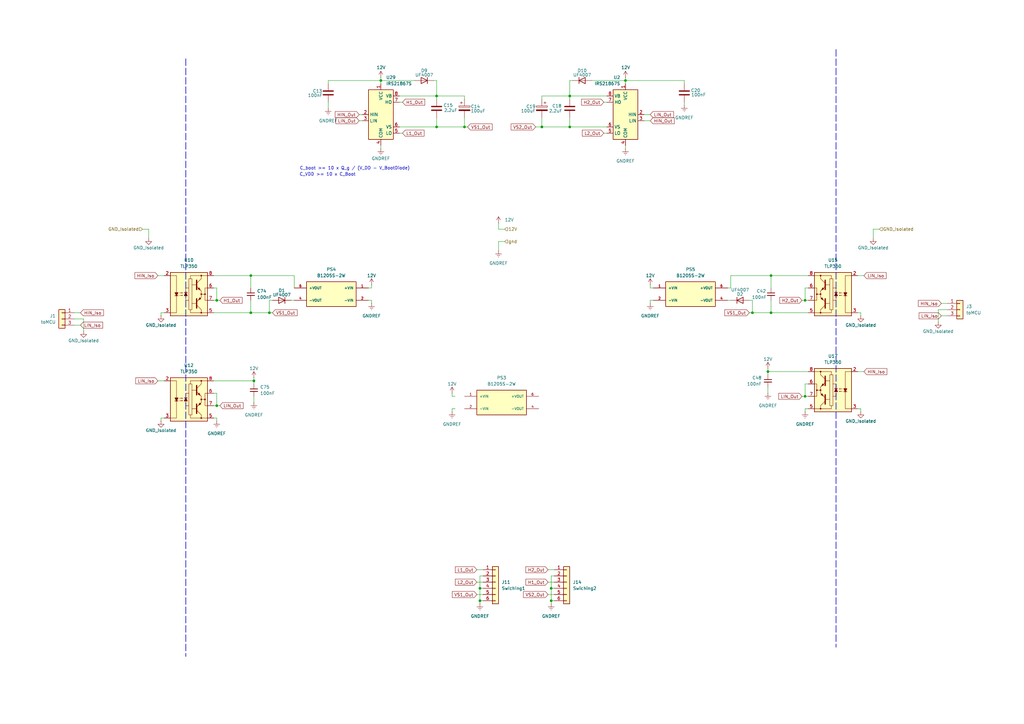
<source format=kicad_sch>
(kicad_sch (version 20250114) (generator "eeschema") (generator_version "9.0")
  (paper "A3")
  (lib_symbols
    (symbol "B2405S-2W:B1205S-2W" (pin_names (offset 1.016))
      (property "Reference" "PS" (at -10.1639 6.3579 0))
      (property "Value" "B1205S-2W" (at -10.1614 -7.6227 0))
      (symbol "B1205S-2W_0_0"
        (rectangle (start -10.16 -5.08) (end 10.16 5.08) (stroke (width 0.254)) (fill (type background)))
        (pin input line (at -15.24 2.54 0) (length 5.08) (name "+VIN") (number "1"))
        (pin input line (at -15.24 -2.54 0) (length 5.08) (name "-VIN") (number "2"))
        (pin output line (at 15.24 2.54 180) (length 5.08) (name "+VOUT") (number "6"))
        (pin output line (at 15.24 -2.54 180) (length 5.08) (name "-VOUT") (number "4"))
      )
    )
    (symbol "Connector_Generic:Conn_01x03" (pin_names (offset 1.016) (hide yes))
      (property "Reference" "J" (at 0 5.08 0))
      (property "Value" "Conn_01x03" (at 0 -5.08 0))
      (symbol "Conn_01x03_1_1"
        (rectangle (start -1.27 3.81) (end 1.27 -3.81) (stroke (width 0.254)) (fill (type background)))
        (rectangle (start -1.27 2.667) (end 0 2.413) (stroke (width 0.1524)))
        (rectangle (start -1.27 0.127) (end 0 -0.127) (stroke (width 0.1524)))
        (rectangle (start -1.27 -2.413) (end 0 -2.667) (stroke (width 0.1524)))
        (pin passive line (at -5.08 2.54 0) (length 3.81) (name "Pin_1") (number "1"))
        (pin passive line (at -5.08 0 0) (length 3.81) (name "Pin_2") (number "2"))
        (pin passive line (at -5.08 -2.54 0) (length 3.81) (name "Pin_3") (number "3"))
      )
    )
    (symbol "Connector_Generic:Conn_01x06" (pin_names (offset 1.016) (hide yes))
      (property "Reference" "J" (at 0 7.62 0))
      (property "Value" "Conn_01x06" (at 0 -10.16 0))
      (symbol "Conn_01x06_1_1"
        (rectangle (start -1.27 6.35) (end 1.27 -8.89) (stroke (width 0.254)) (fill (type background)))
        (rectangle (start -1.27 5.207) (end 0 4.953) (stroke (width 0.1524)))
        (rectangle (start -1.27 2.667) (end 0 2.413) (stroke (width 0.1524)))
        (rectangle (start -1.27 0.127) (end 0 -0.127) (stroke (width 0.1524)))
        (rectangle (start -1.27 -2.413) (end 0 -2.667) (stroke (width 0.1524)))
        (rectangle (start -1.27 -4.953) (end 0 -5.207) (stroke (width 0.1524)))
        (rectangle (start -1.27 -7.493) (end 0 -7.747) (stroke (width 0.1524)))
        (pin passive line (at -5.08 5.08 0) (length 3.81) (name "Pin_1") (number "1"))
        (pin passive line (at -5.08 2.54 0) (length 3.81) (name "Pin_2") (number "2"))
        (pin passive line (at -5.08 0 0) (length 3.81) (name "Pin_3") (number "3"))
        (pin passive line (at -5.08 -2.54 0) (length 3.81) (name "Pin_4") (number "4"))
        (pin passive line (at -5.08 -5.08 0) (length 3.81) (name "Pin_5") (number "5"))
        (pin passive line (at -5.08 -7.62 0) (length 3.81) (name "Pin_6") (number "6"))
      )
    )
    (symbol "Device:C" (pin_numbers (hide yes)) (pin_names (offset 0.254))
      (property "Reference" "C" (at 0.635 2.54 0))
      (property "Value" "C" (at 0.635 -2.54 0))
      (symbol "C_0_1"
        (polyline (pts (xy -2.032 0.762) (xy 2.032 0.762)) (stroke (width 0.508)))
        (polyline (pts (xy -2.032 -0.762) (xy 2.032 -0.762)) (stroke (width 0.508)))
      )
      (symbol "C_1_1"
        (pin passive line (at 0 3.81 270) (length 2.794) (name "~") (number "1"))
        (pin passive line (at 0 -3.81 90) (length 2.794) (name "~") (number "2"))
      )
    )
    (symbol "Device:C_Polarized" (pin_numbers (hide yes)) (pin_names (offset 0.254))
      (property "Reference" "C" (at 0.635 2.54 0))
      (property "Value" "C_Polarized" (at 0.635 -2.54 0))
      (symbol "C_Polarized_0_1"
        (rectangle (start -2.286 0.508) (end 2.286 1.016))
        (polyline (pts (xy -1.778 2.286) (xy -0.762 2.286)))
        (polyline (pts (xy -1.27 2.794) (xy -1.27 1.778)))
        (rectangle (start 2.286 -0.508) (end -2.286 -1.016) (fill (type outline)))
      )
      (symbol "C_Polarized_1_1"
        (pin passive line (at 0 3.81 270) (length 2.794) (name "~") (number "1"))
        (pin passive line (at 0 -3.81 90) (length 2.794) (name "~") (number "2"))
      )
    )
    (symbol "Device:C_Small" (pin_numbers (hide yes)) (pin_names (offset 0.254) (hide yes))
      (property "Reference" "C" (at 0.254 1.778 0))
      (property "Value" "C_Small" (at 0.254 -2.032 0))
      (symbol "C_Small_0_1"
        (polyline (pts (xy -1.524 0.508) (xy 1.524 0.508)) (stroke (width 0.3048)))
        (polyline (pts (xy -1.524 -0.508) (xy 1.524 -0.508)) (stroke (width 0.3302)))
      )
      (symbol "C_Small_1_1"
        (pin passive line (at 0 2.54 270) (length 2.032) (name "~") (number "1"))
        (pin passive line (at 0 -2.54 90) (length 2.032) (name "~") (number "2"))
      )
    )
    (symbol "Device:D" (pin_numbers (hide yes)) (pin_names (offset 1.016) (hide yes))
      (property "Reference" "D" (at 0 2.54 0))
      (property "Value" "D" (at 0 -2.54 0))
      (symbol "D_0_1"
        (polyline (pts (xy -1.27 1.27) (xy -1.27 -1.27)) (stroke (width 0.254)))
        (polyline (pts (xy 1.27 1.27) (xy 1.27 -1.27) (xy -1.27 0) (xy 1.27 1.27)) (stroke (width 0.254)))
        (polyline (pts (xy 1.27 0) (xy -1.27 0)))
      )
      (symbol "D_1_1"
        (pin passive line (at -3.81 0 0) (length 2.54) (name "K") (number "1"))
        (pin passive line (at 3.81 0 180) (length 2.54) (name "A") (number "2"))
      )
    )
    (symbol "Driver_FET:IRS21867S"
      (property "Reference" "U" (at 1.27 13.335 0))
      (property "Value" "IRS21867S" (at 1.27 11.43 0))
      (symbol "IRS21867S_0_1"
        (rectangle (start -5.08 -10.16) (end 5.08 10.16) (stroke (width 0.254)) (fill (type background)))
      )
      (symbol "IRS21867S_1_1"
        (pin input line (at -7.62 0 0) (length 2.54) (name "HIN") (number "2"))
        (pin input line (at -7.62 -2.54 0) (length 2.54) (name "LIN") (number "3"))
        (pin power_in line (at 0 12.7 270) (length 2.54) (name "VCC") (number "1"))
        (pin power_in line (at 0 -12.7 90) (length 2.54) (name "COM") (number "4"))
        (pin passive line (at 7.62 7.62 180) (length 2.54) (name "VB") (number "8"))
        (pin output line (at 7.62 5.08 180) (length 2.54) (name "HO") (number "7"))
        (pin passive line (at 7.62 -5.08 180) (length 2.54) (name "VS") (number "6"))
        (pin output line (at 7.62 -7.62 180) (length 2.54) (name "LO") (number "5"))
      )
    )
    (symbol "Driver_FET:TLP250" (pin_names (hide yes))
      (property "Reference" "U" (at 0 12.7 0))
      (property "Value" "TLP250" (at 0 10.16 0))
      (symbol "TLP250_0_1"
        (rectangle (start -7.62 8.89) (end 7.62 -8.89) (stroke (width 0.254)) (fill (type background)))
        (polyline (pts (xy -7.62 7.62) (xy -5.08 7.62) (xy -5.08 -7.62) (xy -7.62 -7.62)))
        (polyline (pts (xy -5.715 -0.635) (xy -4.445 -0.635)) (stroke (width 0.254)))
        (polyline (pts (xy -5.08 -0.635) (xy -5.715 0.635) (xy -4.445 0.635) (xy -5.08 -0.635)) (stroke (width 0.254)) (fill (type outline)))
        (polyline (pts (xy -3.81 0.508) (xy -2.54 0.508) (xy -2.921 0.381) (xy -2.921 0.635) (xy -2.54 0.508)))
        (polyline (pts (xy -3.81 -0.508) (xy -2.54 -0.508) (xy -2.921 -0.635) (xy -2.921 -0.381) (xy -2.54 -0.508)))
        (polyline (pts (xy -1.27 0.635) (xy -1.27 2.54) (xy 0 2.54)))
        (polyline (pts (xy -1.27 0.635) (xy -0.635 -0.635) (xy -1.905 -0.635) (xy -1.27 0.635)) (stroke (width 0.254)) (fill (type outline)))
        (polyline (pts (xy -1.27 -0.635) (xy -1.27 -2.54) (xy 0 -2.54)))
        (polyline (pts (xy -0.635 0.635) (xy -1.905 0.635)) (stroke (width 0.254)))
        (rectangle (start 0.635 6.35) (end 0.635 7.62))
        (rectangle (start 0.635 6.35) (end 0.635 6.35))
        (polyline (pts (xy 0.635 -6.35) (xy 0.635 -7.62) (xy 7.62 -7.62)))
        (polyline (pts (xy 1.27 6.35) (xy 1.27 -6.35) (xy 0 -6.35) (xy 0 6.35) (xy 1.27 6.35)))
        (polyline (pts (xy 3.048 3.81) (xy 1.27 3.81)))
        (polyline (pts (xy 3.048 -3.81) (xy 1.27 -3.81)))
        (polyline (pts (xy 3.175 5.715) (xy 3.175 1.905) (xy 3.175 1.905)) (stroke (width 0.508)))
        (polyline (pts (xy 3.175 4.445) (xy 5.08 6.35)))
        (polyline (pts (xy 3.175 -4.445) (xy 5.08 -6.35)))
        (polyline (pts (xy 3.175 -5.715) (xy 3.175 -1.905) (xy 3.175 -1.905)) (stroke (width 0.508)))
        (polyline (pts (xy 3.683 2.159) (xy 4.191 2.667) (xy 4.699 1.651) (xy 3.683 2.159) (xy 3.683 2.159)) (fill (type outline)))
        (polyline (pts (xy 4.953 -1.905) (xy 4.445 -1.397) (xy 3.937 -2.413) (xy 4.953 -1.905) (xy 4.953 -1.905)) (fill (type outline)))
        (circle (center 5.08 7.62) (radius 0.254) (fill (type outline)))
        (polyline (pts (xy 5.08 6.35) (xy 5.08 7.62)))
        (polyline (pts (xy 5.08 1.27) (xy 3.175 3.175)) (fill (type outline)))
        (rectangle (start 5.08 1.27) (end 5.08 -1.27))
        (polyline (pts (xy 5.08 0) (xy 6.604 0)))
        (circle (center 5.08 0) (radius 0.254) (fill (type outline)))
        (polyline (pts (xy 5.08 -1.27) (xy 3.175 -3.175)) (fill (type outline)))
        (polyline (pts (xy 5.08 -6.35) (xy 5.08 -7.62)))
        (circle (center 5.08 -7.62) (radius 0.254) (fill (type outline)))
        (circle (center 6.604 0) (radius 0.254) (fill (type outline)))
        (polyline (pts (xy 7.62 7.62) (xy 0.635 7.62)))
        (polyline (pts (xy 7.62 2.54) (xy 6.604 2.54) (xy 6.604 -2.54) (xy 7.62 -2.54)))
      )
      (symbol "TLP250_1_1"
        (pin passive line (at -10.16 7.62 0) (length 2.54) (name "A") (number "2"))
        (pin passive line (at -10.16 -7.62 0) (length 2.54) (name "C") (number "3"))
        (pin no_connect line (at -7.62 2.54 0) (length 2.54) (hide yes) (name "NC") (number "1"))
        (pin no_connect line (at -7.62 -2.54 0) (length 2.54) (hide yes) (name "NC") (number "4"))
        (pin power_in line (at 10.16 7.62 180) (length 2.54) (name "VCC") (number "8"))
        (pin output line (at 10.16 2.54 180) (length 2.54) (name "VO") (number "6"))
        (pin output line (at 10.16 -2.54 180) (length 2.54) (name "VO") (number "7"))
        (pin power_in line (at 10.16 -7.62 180) (length 2.54) (name "VEE") (number "5"))
      )
    )
    (symbol "power:+12V" (power) (pin_numbers (hide yes)) (pin_names (offset 0) (hide yes))
      (property "Value" "+12V" (at 0 3.556 0))
      (symbol "+12V_0_1"
        (polyline (pts (xy -0.762 1.27) (xy 0 2.54)))
        (polyline (pts (xy 0 2.54) (xy 0.762 1.27)))
        (polyline (pts (xy 0 0) (xy 0 2.54)))
      )
      (symbol "+12V_1_1"
        (pin power_in line (at 0 0 90) (length 0) (name "~") (number "1"))
      )
    )
    (symbol "power:+48V" (power) (pin_numbers (hide yes)) (pin_names (offset 0) (hide yes))
      (property "Value" "+48V" (at 0 3.556 0))
      (symbol "+48V_0_1"
        (polyline (pts (xy -0.762 1.27) (xy 0 2.54)))
        (polyline (pts (xy 0 2.54) (xy 0.762 1.27)))
        (polyline (pts (xy 0 0) (xy 0 2.54)))
      )
      (symbol "+48V_1_1"
        (pin power_in line (at 0 0 90) (length 0) (name "~") (number "1"))
      )
    )
    (symbol "power:GND" (power) (pin_numbers (hide yes)) (pin_names (offset 0) (hide yes))
      (property "Value" "GND" (at 0 -3.81 0))
      (symbol "GND_0_1"
        (polyline (pts (xy 0 0) (xy 0 -1.27) (xy 1.27 -1.27) (xy 0 -2.54) (xy -1.27 -1.27) (xy 0 -1.27)))
      )
      (symbol "GND_1_1"
        (pin power_in line (at 0 0 270) (length 0) (name "~") (number "1"))
      )
    )
    (symbol "power:GNDREF" (power) (pin_numbers (hide yes)) (pin_names (offset 0) (hide yes))
      (property "Value" "GNDREF" (at 0 -3.81 0))
      (symbol "GNDREF_0_1"
        (polyline (pts (xy -0.635 -1.905) (xy 0.635 -1.905)))
        (polyline (pts (xy -0.127 -2.54) (xy 0.127 -2.54)))
        (polyline (pts (xy 0 -1.27) (xy 0 0)))
        (polyline (pts (xy 1.27 -1.27) (xy -1.27 -1.27)))
      )
      (symbol "GNDREF_1_1"
        (pin power_in line (at 0 0 270) (length 0) (name "~") (number "1"))
      )
    )
  )
  (text "C_VDD >= 10 x C_Boot" (at 134.366 71.628 0) (effects (font (size 1.27 1.27) (thickness 0.1588))))
  (text "C_boot >= 10 x Q_g / (V_DD - V_BootDiode)" (at 145.542 69.088 0) (effects (font (size 1.27 1.27) (thickness 0.1588))))
  (junction (at 316.23 128.27))
  (junction (at 233.68 52.07))
  (junction (at 88.9 123.19))
  (junction (at 179.07 52.07))
  (junction (at 226.06 246.38))
  (junction (at 102.87 113.03))
  (junction (at 330.2 162.56))
  (junction (at 196.85 241.3))
  (junction (at 226.06 241.3))
  (junction (at 88.9 166.37))
  (junction (at 179.07 39.37))
  (junction (at 102.87 128.27))
  (junction (at 330.2 123.19))
  (junction (at 233.68 39.37))
  (junction (at 104.14 156.21))
  (junction (at 190.5 52.07))
  (junction (at 110.49 128.27))
  (junction (at 308.61 128.27))
  (junction (at 156.21 33.02))
  (junction (at 256.54 33.02))
  (junction (at 222.25 52.07))
  (junction (at 316.23 113.03))
  (junction (at 314.96 152.4))
  (junction (at 196.85 246.38))
  (wire (pts (xy 195.58 233.68) (xy 198.12 233.68)))
  (wire (pts (xy 360.68 93.98) (xy 358.14 93.98)))
  (wire (pts (xy 134.62 33.02) (xy 134.62 34.29)))
  (wire (pts (xy 266.7 49.53) (xy 264.16 49.53)))
  (wire (pts (xy 104.14 157.48) (xy 104.14 156.21)))
  (wire (pts (xy 256.54 33.02) (xy 256.54 34.29)))
  (wire (pts (xy 222.25 48.26) (xy 222.25 52.07)))
  (wire (pts (xy 30.48 133.35) (xy 33.02 133.35)))
  (wire (pts (xy 330.2 157.48) (xy 330.2 162.56)))
  (wire (pts (xy 156.21 31.75) (xy 156.21 33.02)))
  (wire (pts (xy 266.7 123.19) (xy 266.7 124.46)))
  (wire (pts (xy 134.62 33.02) (xy 156.21 33.02)))
  (wire (pts (xy 64.77 113.03) (xy 67.31 113.03)))
  (wire (pts (xy 104.14 162.56) (xy 104.14 165.1)))
  (wire (pts (xy 190.5 39.37) (xy 179.07 39.37)))
  (wire (pts (xy 204.47 93.98) (xy 207.01 93.98)))
  (wire (pts (xy 330.2 167.64) (xy 330.2 168.91)))
  (wire (pts (xy 185.42 161.29) (xy 185.42 162.56)))
  (wire (pts (xy 242.57 33.02) (xy 256.54 33.02)))
  (wire (pts (xy 226.06 247.65) (xy 226.06 246.38)))
  (wire (pts (xy 353.06 128.27) (xy 353.06 129.54)))
  (wire (pts (xy 66.04 171.45) (xy 67.31 171.45)))
  (wire (pts (xy 308.61 123.19) (xy 307.34 123.19)))
  (wire (pts (xy 179.07 39.37) (xy 179.07 33.02)))
  (wire (pts (xy 196.85 241.3) (xy 198.12 241.3)))
  (wire (pts (xy 87.63 123.19) (xy 88.9 123.19)))
  (wire (pts (xy 222.25 40.64) (xy 222.25 39.37)))
  (wire (pts (xy 30.48 128.27) (xy 33.02 128.27)))
  (wire (pts (xy 88.9 171.45) (xy 88.9 172.72)))
  (wire (pts (xy 330.2 118.11) (xy 330.2 123.19)))
  (wire (pts (xy 308.61 123.19) (xy 308.61 128.27)))
  (wire (pts (xy 388.62 124.46) (xy 386.08 124.46)))
  (wire (pts (xy 120.65 113.03) (xy 120.65 118.11)))
  (wire (pts (xy 102.87 113.03) (xy 102.87 118.11)))
  (wire (pts (xy 88.9 118.11) (xy 88.9 123.19)))
  (wire (pts (xy 226.06 241.3) (xy 226.06 236.22)))
  (wire (pts (xy 331.47 123.19) (xy 330.2 123.19)))
  (wire (pts (xy 226.06 236.22) (xy 227.33 236.22)))
  (wire (pts (xy 156.21 33.02) (xy 156.21 34.29)))
  (wire (pts (xy 388.62 129.54) (xy 386.08 129.54)))
  (wire (pts (xy 110.49 123.19) (xy 110.49 128.27)))
  (wire (pts (xy 247.65 41.91) (xy 248.92 41.91)))
  (wire (pts (xy 102.87 128.27) (xy 110.49 128.27)))
  (wire (pts (xy 110.49 128.27) (xy 111.76 128.27)))
  (wire (pts (xy 179.07 39.37) (xy 179.07 40.64)))
  (wire (pts (xy 316.23 118.11) (xy 316.23 113.03)))
  (wire (pts (xy 88.9 123.19) (xy 90.17 123.19)))
  (wire (pts (xy 152.4 116.84) (xy 152.4 118.11)))
  (wire (pts (xy 87.63 113.03) (xy 102.87 113.03)))
  (wire (pts (xy 314.96 151.13) (xy 314.96 152.4)))
  (wire (pts (xy 358.14 93.98) (xy 358.14 97.79)))
  (wire (pts (xy 34.29 130.81) (xy 34.29 135.89)))
  (wire (pts (xy 316.23 128.27) (xy 331.47 128.27)))
  (wire (pts (xy 119.38 123.19) (xy 120.65 123.19)))
  (wire (pts (xy 280.67 41.91) (xy 280.67 43.18)))
  (wire (pts (xy 224.79 243.84) (xy 227.33 243.84)))
  (wire (pts (xy 196.85 246.38) (xy 196.85 241.3)))
  (wire (pts (xy 219.71 52.07) (xy 222.25 52.07)))
  (wire (pts (xy 299.72 118.11) (xy 299.72 113.03)))
  (wire (pts (xy 266.7 116.84) (xy 266.7 118.11)))
  (wire (pts (xy 388.62 127) (xy 384.81 127)))
  (wire (pts (xy 165.1 54.61) (xy 163.83 54.61)))
  (wire (pts (xy 222.25 52.07) (xy 233.68 52.07)))
  (wire (pts (xy 224.79 233.68) (xy 227.33 233.68)))
  (wire (pts (xy 87.63 166.37) (xy 88.9 166.37)))
  (wire (pts (xy 298.45 118.11) (xy 299.72 118.11)))
  (wire (pts (xy 87.63 161.29) (xy 88.9 161.29)))
  (wire (pts (xy 307.34 128.27) (xy 308.61 128.27)))
  (wire (pts (xy 64.77 156.21) (xy 67.31 156.21)))
  (wire (pts (xy 233.68 33.02) (xy 233.68 39.37)))
  (wire (pts (xy 316.23 113.03) (xy 331.47 113.03)))
  (wire (pts (xy 147.32 46.99) (xy 148.59 46.99)))
  (wire (pts (xy 177.8 33.02) (xy 179.07 33.02)))
  (wire (pts (xy 88.9 161.29) (xy 88.9 166.37)))
  (wire (pts (xy 384.81 127) (xy 384.81 132.08)))
  (wire (pts (xy 66.04 128.27) (xy 66.04 129.54)))
  (wire (pts (xy 314.96 158.75) (xy 314.96 161.29)))
  (wire (pts (xy 299.72 113.03) (xy 316.23 113.03)))
  (wire (pts (xy 156.21 33.02) (xy 170.18 33.02)))
  (wire (pts (xy 88.9 166.37) (xy 90.17 166.37)))
  (wire (pts (xy 204.47 102.87) (xy 204.47 99.06)))
  (wire (pts (xy 266.7 46.99) (xy 264.16 46.99)))
  (wire (pts (xy 66.04 171.45) (xy 66.04 172.72)))
  (wire (pts (xy 196.85 246.38) (xy 198.12 246.38)))
  (wire (pts (xy 353.06 128.27) (xy 351.79 128.27)))
  (wire (pts (xy 111.76 123.19) (xy 110.49 123.19)))
  (wire (pts (xy 330.2 162.56) (xy 328.93 162.56)))
  (wire (pts (xy 87.63 171.45) (xy 88.9 171.45)))
  (wire (pts (xy 156.21 59.69) (xy 156.21 60.96)))
  (wire (pts (xy 87.63 118.11) (xy 88.9 118.11)))
  (wire (pts (xy 226.06 246.38) (xy 227.33 246.38)))
  (wire (pts (xy 266.7 118.11) (xy 267.97 118.11)))
  (wire (pts (xy 134.62 41.91) (xy 134.62 44.45)))
  (wire (pts (xy 58.42 93.98) (xy 60.96 93.98)))
  (wire (pts (xy 152.4 118.11) (xy 151.13 118.11)))
  (wire (pts (xy 331.47 157.48) (xy 330.2 157.48)))
  (wire (pts (xy 256.54 59.69) (xy 256.54 60.96)))
  (wire (pts (xy 314.96 152.4) (xy 331.47 152.4)))
  (wire (pts (xy 314.96 153.67) (xy 314.96 152.4)))
  (wire (pts (xy 60.96 93.98) (xy 60.96 97.79)))
  (wire (pts (xy 331.47 162.56) (xy 330.2 162.56)))
  (wire (pts (xy 163.83 39.37) (xy 179.07 39.37)))
  (wire (pts (xy 247.65 54.61) (xy 248.92 54.61)))
  (wire (pts (xy 233.68 52.07) (xy 248.92 52.07)))
  (wire (pts (xy 233.68 48.26) (xy 233.68 52.07)))
  (polyline (pts (xy 342.9 20.32) (xy 342.9 265.43)) (stroke (width 0.254) (type dash)))
  (wire (pts (xy 163.83 41.91) (xy 165.1 41.91)))
  (wire (pts (xy 102.87 123.19) (xy 102.87 128.27)))
  (wire (pts (xy 224.79 238.76) (xy 227.33 238.76)))
  (wire (pts (xy 226.06 246.38) (xy 226.06 241.3)))
  (wire (pts (xy 185.42 162.56) (xy 186.69 162.56)))
  (wire (pts (xy 104.14 156.21) (xy 87.63 156.21)))
  (wire (pts (xy 147.32 49.53) (xy 148.59 49.53)))
  (wire (pts (xy 222.25 39.37) (xy 233.68 39.37)))
  (wire (pts (xy 298.45 123.19) (xy 299.72 123.19)))
  (wire (pts (xy 353.06 167.64) (xy 353.06 168.91)))
  (wire (pts (xy 190.5 48.26) (xy 190.5 52.07)))
  (wire (pts (xy 151.13 123.19) (xy 152.4 123.19)))
  (wire (pts (xy 233.68 39.37) (xy 248.92 39.37)))
  (wire (pts (xy 195.58 243.84) (xy 198.12 243.84)))
  (wire (pts (xy 196.85 236.22) (xy 198.12 236.22)))
  (wire (pts (xy 316.23 123.19) (xy 316.23 128.27)))
  (wire (pts (xy 331.47 118.11) (xy 330.2 118.11)))
  (wire (pts (xy 256.54 33.02) (xy 280.67 33.02)))
  (wire (pts (xy 104.14 154.94) (xy 104.14 156.21)))
  (wire (pts (xy 196.85 247.65) (xy 196.85 246.38)))
  (wire (pts (xy 204.47 99.06) (xy 207.01 99.06)))
  (wire (pts (xy 195.58 238.76) (xy 198.12 238.76)))
  (wire (pts (xy 186.69 167.64) (xy 185.42 167.64)))
  (wire (pts (xy 267.97 123.19) (xy 266.7 123.19)))
  (wire (pts (xy 196.85 241.3) (xy 196.85 236.22)))
  (wire (pts (xy 233.68 39.37) (xy 233.68 40.64)))
  (wire (pts (xy 256.54 31.75) (xy 256.54 33.02)))
  (wire (pts (xy 280.67 33.02) (xy 280.67 34.29)))
  (wire (pts (xy 152.4 123.19) (xy 152.4 124.46)))
  (wire (pts (xy 204.47 91.44) (xy 204.47 93.98)))
  (wire (pts (xy 179.07 52.07) (xy 190.5 52.07)))
  (wire (pts (xy 330.2 123.19) (xy 328.93 123.19)))
  (wire (pts (xy 353.06 167.64) (xy 351.79 167.64)))
  (wire (pts (xy 87.63 128.27) (xy 102.87 128.27)))
  (wire (pts (xy 354.33 113.03) (xy 351.79 113.03)))
  (wire (pts (xy 190.5 40.64) (xy 190.5 39.37)))
  (wire (pts (xy 354.33 152.4) (xy 351.79 152.4)))
  (wire (pts (xy 30.48 130.81) (xy 34.29 130.81)))
  (wire (pts (xy 226.06 241.3) (xy 227.33 241.3)))
  (polyline (pts (xy 76.2 24.13) (xy 76.2 269.24)) (stroke (width 0.254) (type dash)))
  (wire (pts (xy 66.04 128.27) (xy 67.31 128.27)))
  (wire (pts (xy 331.47 167.64) (xy 330.2 167.64)))
  (wire (pts (xy 179.07 48.26) (xy 179.07 52.07)))
  (wire (pts (xy 163.83 52.07) (xy 179.07 52.07)))
  (wire (pts (xy 102.87 113.03) (xy 120.65 113.03)))
  (wire (pts (xy 234.95 33.02) (xy 233.68 33.02)))
  (wire (pts (xy 190.5 52.07) (xy 191.77 52.07)))
  (wire (pts (xy 185.42 167.64) (xy 185.42 168.91)))
  (wire (pts (xy 308.61 128.27) (xy 316.23 128.27)))
  (global_label "L2_Out" (shape input) (at 195.58 238.76 180) (property "Intersheetrefs" "${INTERSHEET_REFS}" (effects (hide yes))))
  (global_label "LIN_Iso" (shape input) (at 354.33 113.03 0) (property "Intersheetrefs" "${INTERSHEET_REFS}" (effects (hide yes))))
  (global_label "VS1_Out" (shape input) (at 191.77 52.07 0) (property "Intersheetrefs" "${INTERSHEET_REFS}" (effects (hide yes))))
  (global_label "VS2_Out" (shape input) (at 219.71 52.07 180) (property "Intersheetrefs" "${INTERSHEET_REFS}" (effects (hide yes))))
  (global_label "HIN_Out" (shape input) (at 266.7 49.53 0) (property "Intersheetrefs" "${INTERSHEET_REFS}" (effects (hide yes))))
  (global_label "HIN_Iso" (shape input) (at 64.77 113.03 180) (property "Intersheetrefs" "${INTERSHEET_REFS}" (effects (hide yes))))
  (global_label "VS2_Out" (shape input) (at 224.79 243.84 180) (property "Intersheetrefs" "${INTERSHEET_REFS}" (effects (hide yes))))
  (global_label "L2_Out" (shape input) (at 247.65 54.61 180) (property "Intersheetrefs" "${INTERSHEET_REFS}" (effects (hide yes))))
  (global_label "LIN_Iso" (shape input) (at 33.02 133.35 0) (property "Intersheetrefs" "${INTERSHEET_REFS}" (effects (hide yes))))
  (global_label "LIN_Iso" (shape input) (at 386.08 129.54 180) (property "Intersheetrefs" "${INTERSHEET_REFS}" (effects (hide yes))))
  (global_label "LIN_Out" (shape input) (at 147.32 49.53 180) (property "Intersheetrefs" "${INTERSHEET_REFS}" (effects (hide yes))))
  (global_label "H1_Out" (shape input) (at 165.1 41.91 0) (property "Intersheetrefs" "${INTERSHEET_REFS}" (effects (hide yes))))
  (global_label "L1_Out" (shape input) (at 195.58 233.68 180) (property "Intersheetrefs" "${INTERSHEET_REFS}" (effects (hide yes))))
  (global_label "LIN_Iso" (shape input) (at 64.77 156.21 180) (property "Intersheetrefs" "${INTERSHEET_REFS}" (effects (hide yes))))
  (global_label "L1_Out" (shape input) (at 165.1 54.61 0) (property "Intersheetrefs" "${INTERSHEET_REFS}" (effects (hide yes))))
  (global_label "H2_Out" (shape input) (at 224.79 233.68 180) (property "Intersheetrefs" "${INTERSHEET_REFS}" (effects (hide yes))))
  (global_label "HIN_Iso" (shape input) (at 33.02 128.27 0) (property "Intersheetrefs" "${INTERSHEET_REFS}" (effects (hide yes))))
  (global_label "LIN_Out" (shape input) (at 266.7 46.99 0) (property "Intersheetrefs" "${INTERSHEET_REFS}" (effects (hide yes))))
  (global_label "HIN_Iso" (shape input) (at 354.33 152.4 0) (property "Intersheetrefs" "${INTERSHEET_REFS}" (effects (hide yes))))
  (global_label "HIN_Iso" (shape input) (at 386.08 124.46 180) (property "Intersheetrefs" "${INTERSHEET_REFS}" (effects (hide yes))))
  (global_label "LIN_Out" (shape input) (at 90.17 166.37 0) (property "Intersheetrefs" "${INTERSHEET_REFS}" (effects (hide yes))))
  (global_label "H1_Out" (shape input) (at 224.79 238.76 180) (property "Intersheetrefs" "${INTERSHEET_REFS}" (effects (hide yes))))
  (global_label "VS1_Out" (shape input) (at 195.58 243.84 180) (property "Intersheetrefs" "${INTERSHEET_REFS}" (effects (hide yes))))
  (global_label "VS1_Out" (shape input) (at 307.34 128.27 180) (property "Intersheetrefs" "${INTERSHEET_REFS}" (effects (hide yes))))
  (global_label "H1_Out" (shape input) (at 90.17 123.19 0) (property "Intersheetrefs" "${INTERSHEET_REFS}" (effects (hide yes))))
  (global_label "VS1_Out" (shape input) (at 111.76 128.27 0) (property "Intersheetrefs" "${INTERSHEET_REFS}" (effects (hide yes))))
  (global_label "HIN_Out" (shape input) (at 147.32 46.99 180) (property "Intersheetrefs" "${INTERSHEET_REFS}" (effects (hide yes))))
  (global_label "LIN_Out" (shape input) (at 328.93 162.56 180) (property "Intersheetrefs" "${INTERSHEET_REFS}" (effects (hide yes))))
  (global_label "H2_Out" (shape input) (at 328.93 123.19 180) (property "Intersheetrefs" "${INTERSHEET_REFS}" (effects (hide yes))))
  (global_label "H2_Out" (shape input) (at 247.65 41.91 180) (property "Intersheetrefs" "${INTERSHEET_REFS}" (effects (hide yes))))
  (hierarchical_label "12V" (shape input) (at 207.01 93.98 0))
  (hierarchical_label "GND_Isolated" (shape input) (at 360.68 93.98 0))
  (hierarchical_label "GND_Isolated" (shape input) (at 58.42 93.98 180))
  (hierarchical_label "gnd" (shape input) (at 207.01 99.06 0))
  (symbol (lib_id "power:GNDREF") (at 226.06 247.65 0) (unit 1)
    (property "Reference" "#PWR030" (effects (hide yes)))
    (property "Value" "GNDREF" (at 226.06 252.73 0))
    (property "Description" "Power symbol creates a global label with name \"GNDREF\" , reference supply ground" (effects (hide yes)))
  )
  (symbol (lib_id "Driver_FET:IRS21867S") (at 156.21 46.99 0) (unit 1)
    (property "Reference" "U29" (at 158.3533 31.75 0) (effects (justify left)))
    (property "Value" "IRS21867S" (at 158.3533 34.29 0) (effects (justify left)))
    (property "Footprint" "Package_SO:SOIC-8_3.9x4.9mm_P1.27mm" (effects (hide yes)))
    (property "Datasheet" "http://www.infineon.com/dgdl/irs21867spbf.pdf?fileId=5546d462533600a4015356770e8327eb" (effects (hide yes)))
    (property "Description" "High and Low Side Driver, 600V, 4.0/4.0A, SOIC-8" (effects (hide yes)))
  )
  (symbol (lib_id "power:+48V") (at 185.42 161.29 0) (mirror y) (unit 1)
    (property "Reference" "#PWR054" (effects (hide yes)))
    (property "Value" "12V" (at 185.42 157.48 0))
    (property "Description" "Power symbol creates a global label with name \"+48V\"" (effects (hide yes)))
  )
  (symbol (lib_id "power:GND") (at 34.29 135.89 0) (unit 1)
    (property "Reference" "#PWR0188" (effects (hide yes)))
    (property "Value" "GND_Isolated" (at 34.29 139.7 0))
    (property "Description" "Power symbol creates a global label with name \"GND\" , ground" (effects (hide yes)))
  )
  (symbol (lib_id "power:GND") (at 384.81 132.08 0) (mirror y) (unit 1)
    (property "Reference" "#PWR0151" (effects (hide yes)))
    (property "Value" "GND_Isolated" (at 384.81 135.89 0))
    (property "Description" "Power symbol creates a global label with name \"GND\" , ground" (effects (hide yes)))
  )
  (symbol (lib_id "B2405S-2W:B1205S-2W") (at 283.21 120.65 0) (unit 1)
    (property "Reference" "PS5" (at 283.21 110.49 0))
    (property "Value" "B1205S-2W" (at 283.21 113.03 0))
    (property "Footprint" "SIP4_B_S-1WR3_MNS:SIP4_B_S-1WR3_MNS" (effects (hide yes)))
    (property "MF" "Recom Power" (effects (hide yes)))
    (property "MAXIMUM_PACKAGE_HEIGHT" "10.2mm" (effects (hide yes)))
    (property "Package" "SIP-7 Recom Power" (effects (hide yes)))
    (property "Price" "None" (effects (hide yes)))
    (property "Check_prices" "https://www.snapeda.com/parts/RE-2405S/HP/Recom+Power/view-part/?ref=eda" (effects (hide yes)))
    (property "STANDARD" "Manufacturer Recommendations" (effects (hide yes)))
    (property "PARTREV" "1" (effects (hide yes)))
    (property "SnapEDA_Link" "https://www.snapeda.com/parts/RE-2405S/HP/Recom+Power/view-part/?ref=snap" (effects (hide yes)))
    (property "MP" "RE-2405S/HP" (effects (hide yes)))
    (property "Description_1" "1W DC/DC-Converter 'ECONOLINE' SIP7 2kV unreg" (effects (hide yes)))
    (property "Availability" "In Stock" (effects (hide yes)))
    (property "MANUFACTURER" "Recom" (effects (hide yes)))
  )
  (symbol (lib_id "Driver_FET:TLP250") (at 341.63 160.02 0) (mirror y) (unit 1)
    (property "Reference" "U17" (at 341.63 146.05 0))
    (property "Value" "TLP350" (at 341.63 148.59 0))
    (property "Footprint" "Package_SO:SOP-8_3.76x4.96mm_P1.27mm" (effects (hide yes)))
    (property "Datasheet" "http://toshiba.semicon-storage.com/info/docget.jsp?did=16821&prodName=TLP250" (effects (hide yes)))
    (property "Description" "Gate Drive Optocoupler, Output Current 1.5/1.5A, DIP-8" (effects (hide yes)))
  )
  (symbol (lib_id "power:GNDREF") (at 152.4 124.46 0) (unit 1)
    (property "Reference" "#PWR024" (effects (hide yes)))
    (property "Value" "GNDREF" (at 152.4 129.54 0))
    (property "Description" "Power symbol creates a global label with name \"GNDREF\" , reference supply ground" (effects (hide yes)))
  )
  (symbol (lib_id "power:GNDREF") (at 185.42 168.91 0) (mirror y) (unit 1)
    (property "Reference" "#PWR055" (effects (hide yes)))
    (property "Value" "GNDREF" (at 185.42 173.99 0))
    (property "Description" "Power symbol creates a global label with name \"GNDREF\" , reference supply ground" (effects (hide yes)))
  )
  (symbol (lib_id "Device:C") (at 179.07 44.45 0) (unit 1)
    (property "Reference" "C15" (at 181.864 43.18 0) (effects (justify left)))
    (property "Value" "2.2uF" (at 182.118 45.212 0) (effects (justify left)))
    (property "Footprint" "Capacitor_SMD:C_1206_3216Metric" (effects (hide yes)))
    (property "Description" "Unpolarized capacitor" (effects (hide yes)))
  )
  (symbol (lib_id "power:GNDREF") (at 330.2 168.91 0) (mirror y) (unit 1)
    (property "Reference" "#PWR016" (effects (hide yes)))
    (property "Value" "GNDREF" (at 330.2 173.99 0))
    (property "Description" "Power symbol creates a global label with name \"GNDREF\" , reference supply ground" (effects (hide yes)))
  )
  (symbol (lib_id "power:GNDREF") (at 314.96 161.29 0) (mirror y) (unit 1)
    (property "Reference" "#PWR0130" (effects (hide yes)))
    (property "Value" "GNDREF" (at 314.96 166.37 0))
    (property "Description" "Power symbol creates a global label with name \"GNDREF\" , reference supply ground" (effects (hide yes)))
  )
  (symbol (lib_id "Driver_FET:TLP250") (at 77.47 163.83 0) (unit 1)
    (property "Reference" "U12" (at 77.47 149.86 0))
    (property "Value" "TLP350" (at 77.47 152.4 0))
    (property "Footprint" "Package_SO:SOP-8_3.76x4.96mm_P1.27mm" (effects (hide yes)))
    (property "Datasheet" "http://toshiba.semicon-storage.com/info/docget.jsp?did=16821&prodName=TLP250" (effects (hide yes)))
    (property "Description" "Gate Drive Optocoupler, Output Current 1.5/1.5A, DIP-8" (effects (hide yes)))
  )
  (symbol (lib_id "Device:D") (at 173.99 33.02 180) (unit 1)
    (property "Reference" "D9" (at 173.99 28.956 0))
    (property "Value" "UF4007" (at 173.99 30.734 0))
    (property "Footprint" "Diode_SMD:D_SMA" (effects (hide yes)))
    (property "Description" "Diode" (effects (hide yes)))
    (property "Sim.Device" "D" (effects (hide yes)))
    (property "Sim.Pins" "1=K 2=A" (effects (hide yes)))
  )
  (symbol (lib_id "Driver_FET:IRS21867S") (at 256.54 46.99 0) (mirror y) (unit 1)
    (property "Reference" "U2" (at 254.3967 31.75 0) (effects (justify left)))
    (property "Value" "IRS21867S" (at 254.3967 34.29 0) (effects (justify left)))
    (property "Footprint" "Package_SO:SOIC-8_3.9x4.9mm_P1.27mm" (effects (hide yes)))
    (property "Datasheet" "http://www.infineon.com/dgdl/irs21867spbf.pdf?fileId=5546d462533600a4015356770e8327eb" (effects (hide yes)))
    (property "Description" "High and Low Side Driver, 600V, 4.0/4.0A, SOIC-8" (effects (hide yes)))
  )
  (symbol (lib_id "Connector_Generic:Conn_01x06") (at 203.2 238.76 0) (unit 1)
    (property "Reference" "J11" (at 205.74 238.7599 0) (effects (justify left)))
    (property "Value" "Swiching1" (at 205.74 241.2999 0) (effects (justify left)))
    (property "Footprint" "Connector_Molex:Molex_Mini-Fit_Jr_5566-06A_2x03_P4.20mm_Vertical" (effects (hide yes)))
    (property "Description" "Generic connector, single row, 01x06, script generated (kicad-library-utils/schlib/autogen/connector/)" (effects (hide yes)))
  )
  (symbol (lib_id "power:GND") (at 358.14 97.79 0) (unit 1)
    (property "Reference" "#PWR026" (effects (hide yes)))
    (property "Value" "GND_Isolated" (at 358.14 101.6 0))
    (property "Description" "Power symbol creates a global label with name \"GND\" , ground" (effects (hide yes)))
  )
  (symbol (lib_id "power:+48V") (at 204.47 91.44 0) (unit 1)
    (property "Reference" "#PWR023" (effects (hide yes)))
    (property "Value" "12V" (at 207.01 90.1699 0) (effects (justify left)))
    (property "Description" "Power symbol creates a global label with name \"+48V\"" (effects (hide yes)))
  )
  (symbol (lib_id "Device:C_Polarized") (at 190.5 44.45 0) (unit 1)
    (property "Reference" "C14" (at 193.04 43.688 0) (effects (justify left)))
    (property "Value" "100uF" (at 193.04 45.466 0) (effects (justify left)))
    (property "Footprint" "Capacitor_SMD:CP_Elec_8x10" (effects (hide yes)))
    (property "Description" "Polarized capacitor" (effects (hide yes)))
  )
  (symbol (lib_id "Device:D") (at 115.57 123.19 180) (unit 1)
    (property "Reference" "D1" (at 115.57 119.126 0))
    (property "Value" "UF4007" (at 115.57 120.904 0))
    (property "Footprint" "Diode_SMD:D_SMA" (effects (hide yes)))
    (property "Description" "Diode" (effects (hide yes)))
    (property "Sim.Device" "D" (effects (hide yes)))
    (property "Sim.Pins" "1=K 2=A" (effects (hide yes)))
  )
  (symbol (lib_id "Connector_Generic:Conn_01x03") (at 25.4 130.81 0) (mirror y) (unit 1)
    (property "Reference" "J1" (at 22.86 129.5399 0) (effects (justify left)))
    (property "Value" "toMCU" (at 22.86 132.0799 0) (effects (justify left)))
    (property "Footprint" "Connector_PinSocket_2.54mm:PinSocket_1x03_P2.54mm_Vertical" (effects (hide yes)))
    (property "Description" "Generic connector, single row, 01x03, script generated (kicad-library-utils/schlib/autogen/connector/)" (effects (hide yes)))
  )
  (symbol (lib_id "Device:C_Small") (at 102.87 120.65 0) (unit 1)
    (property "Reference" "C74" (at 105.41 119.3862 0) (effects (justify left)))
    (property "Value" "100nF" (at 105.41 121.9262 0) (effects (justify left)))
    (property "Footprint" "Capacitor_SMD:C_0805_2012Metric" (effects (hide yes)))
  )
  (symbol (lib_id "power:GNDREF") (at 266.7 124.46 0) (mirror y) (unit 1)
    (property "Reference" "#PWR0190" (effects (hide yes)))
    (property "Value" "GNDREF" (at 266.7 129.54 0))
    (property "Description" "Power symbol creates a global label with name \"GNDREF\" , reference supply ground" (effects (hide yes)))
  )
  (symbol (lib_id "B2405S-2W:B1205S-2W") (at 135.89 120.65 0) (mirror y) (unit 1)
    (property "Reference" "PS4" (at 135.89 110.49 0))
    (property "Value" "B1205S-2W" (at 135.89 113.03 0))
    (property "Footprint" "SIP4_B_S-1WR3_MNS:SIP4_B_S-1WR3_MNS" (effects (hide yes)))
    (property "MF" "Recom Power" (effects (hide yes)))
    (property "MAXIMUM_PACKAGE_HEIGHT" "10.2mm" (effects (hide yes)))
    (property "Package" "SIP-7 Recom Power" (effects (hide yes)))
    (property "Price" "None" (effects (hide yes)))
    (property "Check_prices" "https://www.snapeda.com/parts/RE-2405S/HP/Recom+Power/view-part/?ref=eda" (effects (hide yes)))
    (property "STANDARD" "Manufacturer Recommendations" (effects (hide yes)))
    (property "PARTREV" "1" (effects (hide yes)))
    (property "SnapEDA_Link" "https://www.snapeda.com/parts/RE-2405S/HP/Recom+Power/view-part/?ref=snap" (effects (hide yes)))
    (property "MP" "RE-2405S/HP" (effects (hide yes)))
    (property "Description_1" "1W DC/DC-Converter 'ECONOLINE' SIP7 2kV unreg" (effects (hide yes)))
    (property "Availability" "In Stock" (effects (hide yes)))
    (property "MANUFACTURER" "Recom" (effects (hide yes)))
  )
  (symbol (lib_id "power:+48V") (at 152.4 116.84 0) (unit 1)
    (property "Reference" "#PWR017" (effects (hide yes)))
    (property "Value" "12V" (at 152.4 113.03 0))
    (property "Description" "Power symbol creates a global label with name \"+48V\"" (effects (hide yes)))
  )
  (symbol (lib_id "power:+12V") (at 156.21 31.75 0) (unit 1)
    (property "Reference" "#PWR022" (effects (hide yes)))
    (property "Value" "12V" (at 154.432 27.686 0) (effects (justify left)))
    (property "Description" "Power symbol creates a global label with name \"+12V\"" (effects (hide yes)))
  )
  (symbol (lib_id "power:GNDREF") (at 256.54 60.96 0) (unit 1)
    (property "Reference" "#PWR021" (effects (hide yes)))
    (property "Value" "GNDREF" (at 256.54 66.04 0))
    (property "Description" "Power symbol creates a global label with name \"GNDREF\" , reference supply ground" (effects (hide yes)))
  )
  (symbol (lib_id "power:GND") (at 66.04 129.54 0) (unit 1)
    (property "Reference" "#PWR0185" (effects (hide yes)))
    (property "Value" "GND_Isolated" (at 66.04 133.35 0))
    (property "Description" "Power symbol creates a global label with name \"GND\" , ground" (effects (hide yes)))
  )
  (symbol (lib_id "Device:C_Small") (at 316.23 120.65 0) (mirror y) (unit 1)
    (property "Reference" "C42" (at 314.198 119.38 0) (effects (justify left)))
    (property "Value" "100nF" (at 314.452 121.92 0) (effects (justify left)))
    (property "Footprint" "Capacitor_SMD:C_0805_2012Metric" (effects (hide yes)))
  )
  (symbol (lib_id "B2405S-2W:B1205S-2W") (at 205.74 165.1 0) (unit 1)
    (property "Reference" "PS3" (at 205.74 154.94 0))
    (property "Value" "B1205S-2W" (at 205.74 157.48 0))
    (property "Footprint" "B2405S-2W:B2405S-2W" (effects (hide yes)))
    (property "MF" "Recom Power" (effects (hide yes)))
    (property "MAXIMUM_PACKAGE_HEIGHT" "10.2mm" (effects (hide yes)))
    (property "Package" "SIP-7 Recom Power" (effects (hide yes)))
    (property "Price" "None" (effects (hide yes)))
    (property "Check_prices" "https://www.snapeda.com/parts/RE-2405S/HP/Recom+Power/view-part/?ref=eda" (effects (hide yes)))
    (property "STANDARD" "Manufacturer Recommendations" (effects (hide yes)))
    (property "PARTREV" "1" (effects (hide yes)))
    (property "SnapEDA_Link" "https://www.snapeda.com/parts/RE-2405S/HP/Recom+Power/view-part/?ref=snap" (effects (hide yes)))
    (property "MP" "RE-2405S/HP" (effects (hide yes)))
    (property "Description_1" "1W DC/DC-Converter 'ECONOLINE' SIP7 2kV unreg" (effects (hide yes)))
    (property "Availability" "In Stock" (effects (hide yes)))
    (property "MANUFACTURER" "Recom" (effects (hide yes)))
  )
  (symbol (lib_id "Connector_Generic:Conn_01x06") (at 232.41 238.76 0) (unit 1)
    (property "Reference" "J14" (at 234.95 238.7599 0) (effects (justify left)))
    (property "Value" "Swiching2" (at 234.95 241.2999 0) (effects (justify left)))
    (property "Footprint" "Connector_Molex:Molex_Mini-Fit_Jr_5566-06A_2x03_P4.20mm_Vertical" (effects (hide yes)))
    (property "Description" "Generic connector, single row, 01x06, script generated (kicad-library-utils/schlib/autogen/connector/)" (effects (hide yes)))
  )
  (symbol (lib_id "power:GND") (at 353.06 168.91 0) (mirror y) (unit 1)
    (property "Reference" "#PWR031" (effects (hide yes)))
    (property "Value" "GND_Isolated" (at 353.06 172.72 0))
    (property "Description" "Power symbol creates a global label with name \"GND\" , ground" (effects (hide yes)))
  )
  (symbol (lib_id "power:GNDREF") (at 134.62 44.45 0) (unit 1)
    (property "Reference" "#PWR0139" (effects (hide yes)))
    (property "Value" "GNDREF" (at 134.62 49.53 0))
    (property "Description" "Power symbol creates a global label with name \"GNDREF\" , reference supply ground" (effects (hide yes)))
  )
  (symbol (lib_id "Device:C_Small") (at 104.14 160.02 0) (unit 1)
    (property "Reference" "C75" (at 106.68 158.7562 0) (effects (justify left)))
    (property "Value" "100nF" (at 106.68 161.2962 0) (effects (justify left)))
    (property "Footprint" "Capacitor_SMD:C_0805_2012Metric" (effects (hide yes)))
  )
  (symbol (lib_id "Device:C_Polarized") (at 222.25 44.45 0) (mirror y) (unit 1)
    (property "Reference" "C19" (at 219.71 43.688 0) (effects (justify left)))
    (property "Value" "100uF" (at 219.71 45.466 0) (effects (justify left)))
    (property "Footprint" "Capacitor_SMD:CP_Elec_8x10" (effects (hide yes)))
    (property "Description" "Polarized capacitor" (effects (hide yes)))
  )
  (symbol (lib_id "power:GNDREF") (at 156.21 60.96 0) (unit 1)
    (property "Reference" "#PWR020" (effects (hide yes)))
    (property "Value" "GNDREF" (at 156.21 65.024 0))
    (property "Description" "Power symbol creates a global label with name \"GNDREF\" , reference supply ground" (effects (hide yes)))
  )
  (symbol (lib_id "Driver_FET:TLP250") (at 341.63 120.65 0) (mirror y) (unit 1)
    (property "Reference" "U15" (at 341.63 106.68 0))
    (property "Value" "TLP350" (at 341.63 109.22 0))
    (property "Footprint" "Package_SO:SOP-8_3.76x4.96mm_P1.27mm" (effects (hide yes)))
    (property "Datasheet" "http://toshiba.semicon-storage.com/info/docget.jsp?did=16821&prodName=TLP250" (effects (hide yes)))
    (property "Description" "Gate Drive Optocoupler, Output Current 1.5/1.5A, DIP-8" (effects (hide yes)))
  )
  (symbol (lib_id "power:GND") (at 60.96 97.79 0) (mirror y) (unit 1)
    (property "Reference" "#PWR0187" (effects (hide yes)))
    (property "Value" "GND_Isolated" (at 60.96 101.6 0))
    (property "Description" "Power symbol creates a global label with name \"GND\" , ground" (effects (hide yes)))
  )
  (symbol (lib_id "power:+12V") (at 256.54 31.75 0) (mirror y) (unit 1)
    (property "Reference" "#PWR027" (effects (hide yes)))
    (property "Value" "12V" (at 254.762 27.686 0) (effects (justify right)))
    (property "Description" "Power symbol creates a global label with name \"+12V\"" (effects (hide yes)))
  )
  (symbol (lib_id "power:GND") (at 66.04 172.72 0) (unit 1)
    (property "Reference" "#PWR0186" (effects (hide yes)))
    (property "Value" "GND_Isolated" (at 66.04 176.53 0))
    (property "Description" "Power symbol creates a global label with name \"GND\" , ground" (effects (hide yes)))
  )
  (symbol (lib_id "Driver_FET:TLP250") (at 77.47 120.65 0) (unit 1)
    (property "Reference" "U10" (at 77.47 106.68 0))
    (property "Value" "TLP350" (at 77.47 109.22 0))
    (property "Footprint" "Package_SO:SOP-8_3.76x4.96mm_P1.27mm" (effects (hide yes)))
    (property "Datasheet" "http://toshiba.semicon-storage.com/info/docget.jsp?did=16821&prodName=TLP250" (effects (hide yes)))
    (property "Description" "Gate Drive Optocoupler, Output Current 1.5/1.5A, DIP-8" (effects (hide yes)))
  )
  (symbol (lib_id "Device:C") (at 280.67 38.1 0) (mirror y) (unit 1)
    (property "Reference" "C20" (at 287.274 37.084 0) (effects (justify left)))
    (property "Value" "100nF" (at 289.56 38.862 0) (effects (justify left)))
    (property "Footprint" "Capacitor_SMD:C_1206_3216Metric" (effects (hide yes)))
    (property "Description" "Unpolarized capacitor" (effects (hide yes)))
  )
  (symbol (lib_id "power:GNDREF") (at 104.14 165.1 0) (unit 1)
    (property "Reference" "#PWR089" (effects (hide yes)))
    (property "Value" "GNDREF" (at 104.14 170.18 0))
    (property "Description" "Power symbol creates a global label with name \"GNDREF\" , reference supply ground" (effects (hide yes)))
  )
  (symbol (lib_id "power:+48V") (at 266.7 116.84 0) (mirror y) (unit 1)
    (property "Reference" "#PWR0189" (effects (hide yes)))
    (property "Value" "12V" (at 266.7 113.03 0))
    (property "Description" "Power symbol creates a global label with name \"+48V\"" (effects (hide yes)))
  )
  (symbol (lib_id "power:+48V") (at 314.96 151.13 0) (mirror y) (unit 1)
    (property "Reference" "#PWR0127" (effects (hide yes)))
    (property "Value" "12V" (at 314.96 147.32 0))
    (property "Description" "Power symbol creates a global label with name \"+48V\"" (effects (hide yes)))
  )
  (symbol (lib_id "Device:D") (at 303.53 123.19 0) (unit 1)
    (property "Reference" "D2" (at 303.53 120.65 0))
    (property "Value" "UF4007" (at 303.53 118.872 0))
    (property "Footprint" "Diode_SMD:D_SMA" (effects (hide yes)))
    (property "Description" "Diode" (effects (hide yes)))
    (property "Sim.Device" "D" (effects (hide yes)))
    (property "Sim.Pins" "1=K 2=A" (effects (hide yes)))
  )
  (symbol (lib_id "power:GNDREF") (at 280.67 43.18 0) (unit 1)
    (property "Reference" "#PWR028" (effects (hide yes)))
    (property "Value" "GNDREF" (at 280.67 48.26 0))
    (property "Description" "Power symbol creates a global label with name \"GNDREF\" , reference supply ground" (effects (hide yes)))
  )
  (symbol (lib_id "Connector_Generic:Conn_01x03") (at 393.7 127 0) (unit 1)
    (property "Reference" "J3" (at 396.24 125.7299 0) (effects (justify left)))
    (property "Value" "toMCU" (at 396.24 128.2699 0) (effects (justify left)))
    (property "Footprint" "Connector_PinSocket_2.54mm:PinSocket_1x03_P2.54mm_Vertical" (effects (hide yes)))
    (property "Description" "Generic connector, single row, 01x03, script generated (kicad-library-utils/schlib/autogen/connector/)" (effects (hide yes)))
  )
  (symbol (lib_id "Device:C") (at 134.62 38.1 0) (unit 1)
    (property "Reference" "C13" (at 128.27 37.338 0) (effects (justify left)))
    (property "Value" "100nF" (at 126.238 39.116 0) (effects (justify left)))
    (property "Footprint" "Capacitor_SMD:C_1206_3216Metric" (effects (hide yes)))
    (property "Description" "Unpolarized capacitor" (effects (hide yes)))
  )
  (symbol (lib_id "power:GND") (at 353.06 129.54 0) (mirror y) (unit 1)
    (property "Reference" "#PWR0129" (effects (hide yes)))
    (property "Value" "GND_Isolated" (at 353.06 133.35 0))
    (property "Description" "Power symbol creates a global label with name \"GND\" , ground" (effects (hide yes)))
  )
  (symbol (lib_id "power:GNDREF") (at 88.9 172.72 0) (unit 1)
    (property "Reference" "#PWR0132" (effects (hide yes)))
    (property "Value" "GNDREF" (at 88.9 177.8 0))
    (property "Description" "Power symbol creates a global label with name \"GNDREF\" , reference supply ground" (effects (hide yes)))
  )
  (symbol (lib_id "Device:C") (at 233.68 44.45 0) (mirror y) (unit 1)
    (property "Reference" "C18" (at 230.378 43.434 0) (effects (justify left)))
    (property "Value" "2.2uF" (at 230.632 45.466 0) (effects (justify left)))
    (property "Footprint" "Capacitor_SMD:C_1206_3216Metric" (effects (hide yes)))
    (property "Description" "Unpolarized capacitor" (effects (hide yes)))
  )
  (symbol (lib_id "power:GNDREF") (at 196.85 247.65 0) (unit 1)
    (property "Reference" "#PWR0136" (effects (hide yes)))
    (property "Value" "GNDREF" (at 196.85 252.73 0))
    (property "Description" "Power symbol creates a global label with name \"GNDREF\" , reference supply ground" (effects (hide yes)))
  )
  (symbol (lib_id "Device:C_Small") (at 314.96 156.21 0) (mirror y) (unit 1)
    (property "Reference" "C48" (at 312.42 154.9462 0) (effects (justify left)))
    (property "Value" "100nF" (at 312.42 157.4862 0) (effects (justify left)))
    (property "Footprint" "Capacitor_SMD:C_0805_2012Metric" (effects (hide yes)))
  )
  (symbol (lib_id "power:+48V") (at 104.14 154.94 0) (unit 1)
    (property "Reference" "#PWR087" (effects (hide yes)))
    (property "Value" "12V" (at 104.14 151.13 0))
    (property "Description" "Power symbol creates a global label with name \"+48V\"" (effects (hide yes)))
  )
  (symbol (lib_id "power:GNDREF") (at 204.47 102.87 0) (unit 1)
    (property "Reference" "#PWR0135" (effects (hide yes)))
    (property "Value" "GNDREF" (at 204.47 107.95 0))
    (property "Description" "Power symbol creates a global label with name \"GNDREF\" , reference supply ground" (effects (hide yes)))
  )
  (symbol (lib_id "Device:D") (at 238.76 33.02 0) (mirror x) (unit 1)
    (property "Reference" "D10" (at 238.76 28.956 0))
    (property "Value" "UF4007" (at 238.76 30.734 0))
    (property "Footprint" "Diode_SMD:D_SMA" (effects (hide yes)))
    (property "Description" "Diode" (effects (hide yes)))
    (property "Sim.Device" "D" (effects (hide yes)))
    (property "Sim.Pins" "1=K 2=A" (effects (hide yes)))
  )
)
</source>
